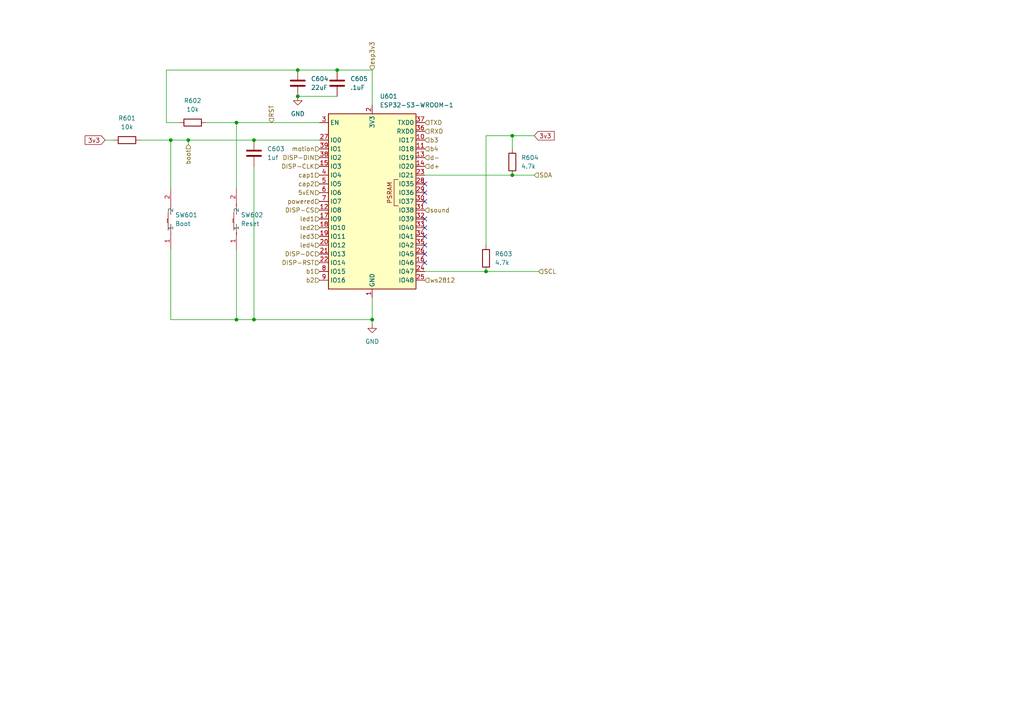
<source format=kicad_sch>
(kicad_sch (version 20231120) (generator "eeschema") (generator_version "8.0")
  (paper "A4")
  (lib_symbols
    (symbol "Device:C" (pin_numbers hide) (pin_names (offset 0.254))
      (property "Reference" "C" (at 0.635 2.54 0))
      (property "Value" "C" (at 0.635 -2.54 0))
      (symbol "C_0_1"
        (polyline (pts (xy -2.032 -0.762) (xy 2.032 -0.762)) (stroke (width 0.508)))
        (polyline (pts (xy -2.032 0.762) (xy 2.032 0.762)) (stroke (width 0.508)))
      )
      (symbol "C_1_1"
        (pin passive line (at 0 3.81 270) (length 2.794) (name "~") (number "1"))
        (pin passive line (at 0 -3.81 90) (length 2.794) (name "~") (number "2"))
      )
    )
    (symbol "Device:R" (pin_numbers hide) (pin_names (offset 0))
      (property "Reference" "R" (at 2.032 0 90))
      (property "Value" "R" (at 0 0 90))
      (symbol "R_0_1"
        (rectangle (start -1.016 -2.54) (end 1.016 2.54) (stroke (width 0.254)))
      )
      (symbol "R_1_1"
        (pin passive line (at 0 3.81 270) (length 1.27) (name "~") (number "1"))
        (pin passive line (at 0 -3.81 90) (length 1.27) (name "~") (number "2"))
      )
    )
    (symbol "RF_Module:ESP32-S3-WROOM-1"
      (property "Reference" "U" (at -12.7 26.67 0))
      (property "Value" "ESP32-S3-WROOM-1" (at 12.7 26.67 0))
      (symbol "ESP32-S3-WROOM-1_0_0"
        (rectangle (start -12.7 25.4) (end 12.7 -25.4) (stroke (width 0.254)) (fill (type background)))
        (text "PSRAM" (at 5.08 2.54 900) (effects (font (size 1.27 1.27))))
      )
      (symbol "ESP32-S3-WROOM-1_0_1"
        (polyline (pts (xy 7.62 -1.27) (xy 6.35 -1.27) (xy 6.35 6.35) (xy 7.62 6.35)))
      )
      (symbol "ESP32-S3-WROOM-1_1_1"
        (pin power_in line (at 0 -27.94 90) (length 2.54) (name "GND") (number "1"))
        (pin bidirectional line (at 15.24 17.78 180) (length 2.54) (name "IO17") (number "10"))
        (pin bidirectional line (at 15.24 15.24 180) (length 2.54) (name "IO18") (number "11"))
        (pin bidirectional line (at -15.24 -2.54 0) (length 2.54) (name "IO8") (number "12"))
        (pin bidirectional line (at 15.24 12.7 180) (length 2.54) (name "IO19") (number "13"))
        (pin bidirectional line (at 15.24 10.16 180) (length 2.54) (name "IO20") (number "14"))
        (pin bidirectional line (at -15.24 10.16 0) (length 2.54) (name "IO3") (number "15"))
        (pin bidirectional line (at 15.24 -17.78 180) (length 2.54) (name "IO46") (number "16"))
        (pin bidirectional line (at -15.24 -5.08 0) (length 2.54) (name "IO9") (number "17"))
        (pin bidirectional line (at -15.24 -7.62 0) (length 2.54) (name "IO10") (number "18"))
        (pin bidirectional line (at -15.24 -10.16 0) (length 2.54) (name "IO11") (number "19"))
        (pin power_in line (at 0 27.94 270) (length 2.54) (name "3V3") (number "2"))
        (pin bidirectional line (at -15.24 -12.7 0) (length 2.54) (name "IO12") (number "20"))
        (pin bidirectional line (at -15.24 -15.24 0) (length 2.54) (name "IO13") (number "21"))
        (pin bidirectional line (at -15.24 -17.78 0) (length 2.54) (name "IO14") (number "22"))
        (pin bidirectional line (at 15.24 7.62 180) (length 2.54) (name "IO21") (number "23"))
        (pin bidirectional line (at 15.24 -20.32 180) (length 2.54) (name "IO47") (number "24"))
        (pin bidirectional line (at 15.24 -22.86 180) (length 2.54) (name "IO48") (number "25"))
        (pin bidirectional line (at 15.24 -15.24 180) (length 2.54) (name "IO45") (number "26"))
        (pin bidirectional line (at -15.24 17.78 0) (length 2.54) (name "IO0") (number "27"))
        (pin bidirectional line (at 15.24 5.08 180) (length 2.54) (name "IO35") (number "28"))
        (pin bidirectional line (at 15.24 2.54 180) (length 2.54) (name "IO36") (number "29"))
        (pin input line (at -15.24 22.86 0) (length 2.54) (name "EN") (number "3"))
        (pin bidirectional line (at 15.24 0 180) (length 2.54) (name "IO37") (number "30"))
        (pin bidirectional line (at 15.24 -2.54 180) (length 2.54) (name "IO38") (number "31"))
        (pin bidirectional line (at 15.24 -5.08 180) (length 2.54) (name "IO39") (number "32"))
        (pin bidirectional line (at 15.24 -7.62 180) (length 2.54) (name "IO40") (number "33"))
        (pin bidirectional line (at 15.24 -10.16 180) (length 2.54) (name "IO41") (number "34"))
        (pin bidirectional line (at 15.24 -12.7 180) (length 2.54) (name "IO42") (number "35"))
        (pin bidirectional line (at 15.24 20.32 180) (length 2.54) (name "RXD0") (number "36"))
        (pin bidirectional line (at 15.24 22.86 180) (length 2.54) (name "TXD0") (number "37"))
        (pin bidirectional line (at -15.24 12.7 0) (length 2.54) (name "IO2") (number "38"))
        (pin bidirectional line (at -15.24 15.24 0) (length 2.54) (name "IO1") (number "39"))
        (pin bidirectional line (at -15.24 7.62 0) (length 2.54) (name "IO4") (number "4"))
        (pin passive line (at 0 -27.94 90) (length 2.54) hide (name "GND") (number "40"))
        (pin passive line (at 0 -27.94 90) (length 2.54) hide (name "GND") (number "41"))
        (pin bidirectional line (at -15.24 5.08 0) (length 2.54) (name "IO5") (number "5"))
        (pin bidirectional line (at -15.24 2.54 0) (length 2.54) (name "IO6") (number "6"))
        (pin bidirectional line (at -15.24 0 0) (length 2.54) (name "IO7") (number "7"))
        (pin bidirectional line (at -15.24 -20.32 0) (length 2.54) (name "IO15") (number "8"))
        (pin bidirectional line (at -15.24 -22.86 0) (length 2.54) (name "IO16") (number "9"))
      )
    )
    (symbol "easyeda2kicad:B3U-1000P"
      (property "Reference" "SW" (at 0 5.08 0))
      (property "Value" "B3U-1000P" (at 0 -5.08 0))
      (symbol "B3U-1000P_0_1"
        (polyline (pts (xy -5.84 0) (xy -2.79 0)))
        (polyline (pts (xy -4.57 0.76) (xy 0.76 0.76)))
        (polyline (pts (xy 0 0) (xy 3.05 0)))
        (polyline (pts (xy -2.29 0.76) (xy -2.29 1.02) (xy -1.27 1.02) (xy -1.27 0.76)))
        (pin unspecified line (at -10.16 0 0) (length 5.08) (name "1") (number "1"))
        (pin unspecified line (at 7.62 0 180) (length 5.08) (name "2") (number "2"))
      )
    )
    (symbol "power:GND" (power) (pin_numbers hide) (pin_names (offset 0) hide)
      (property "Value" "GND" (at 0 -3.81 0))
      (symbol "GND_0_1"
        (polyline (pts (xy 0 0) (xy 0 -1.27) (xy 1.27 -1.27) (xy 0 -2.54) (xy -1.27 -1.27) (xy 0 -1.27)))
      )
      (symbol "GND_1_1"
        (pin power_in line (at 0 0 270) (length 0) (name "~") (number "1"))
      )
    )
  )
  (junction (at 68.58 92.71))
  (junction (at 140.97 78.74))
  (junction (at 73.66 92.71))
  (junction (at 68.58 35.56))
  (junction (at 97.79 20.32))
  (junction (at 49.53 40.64))
  (junction (at 107.95 92.71))
  (junction (at 86.36 20.32))
  (junction (at 54.61 40.64))
  (junction (at 148.59 50.8))
  (junction (at 86.36 27.94))
  (junction (at 73.66 40.64))
  (junction (at 148.59 39.37))
  (no_connect (at 123.19 55.88))
  (no_connect (at 123.19 58.42))
  (no_connect (at 123.19 73.66))
  (no_connect (at 123.19 68.58))
  (no_connect (at 123.19 71.12))
  (no_connect (at 123.19 53.34))
  (no_connect (at 123.19 66.04))
  (no_connect (at 123.19 76.2))
  (no_connect (at 123.19 63.5))
  (wire (pts (xy 86.36 20.32) (xy 97.79 20.32)))
  (wire (pts (xy 49.53 40.64) (xy 49.53 54.61)))
  (wire (pts (xy 148.59 50.8) (xy 154.94 50.8)))
  (wire (pts (xy 148.59 43.18) (xy 148.59 39.37)))
  (wire (pts (xy 97.79 20.32) (xy 107.95 20.32)))
  (wire (pts (xy 49.53 92.71) (xy 68.58 92.71)))
  (wire (pts (xy 86.36 27.94) (xy 97.79 27.94)))
  (wire (pts (xy 68.58 92.71) (xy 73.66 92.71)))
  (wire (pts (xy 92.71 35.56) (xy 68.58 35.56)))
  (wire (pts (xy 140.97 71.12) (xy 140.97 39.37)))
  (wire (pts (xy 68.58 72.39) (xy 68.58 92.71)))
  (wire (pts (xy 107.95 93.98) (xy 107.95 92.71)))
  (wire (pts (xy 54.61 40.64) (xy 73.66 40.64)))
  (wire (pts (xy 49.53 72.39) (xy 49.53 92.71)))
  (wire (pts (xy 107.95 20.32) (xy 107.95 30.48)))
  (wire (pts (xy 48.26 35.56) (xy 48.26 20.32)))
  (wire (pts (xy 123.19 50.8) (xy 148.59 50.8)))
  (wire (pts (xy 148.59 39.37) (xy 154.94 39.37)))
  (wire (pts (xy 30.48 40.64) (xy 33.02 40.64)))
  (wire (pts (xy 40.64 40.64) (xy 49.53 40.64)))
  (wire (pts (xy 73.66 92.71) (xy 107.95 92.71)))
  (wire (pts (xy 48.26 20.32) (xy 86.36 20.32)))
  (wire (pts (xy 107.95 92.71) (xy 107.95 86.36)))
  (wire (pts (xy 140.97 39.37) (xy 148.59 39.37)))
  (wire (pts (xy 54.61 41.91) (xy 54.61 40.64)))
  (wire (pts (xy 140.97 78.74) (xy 156.21 78.74)))
  (wire (pts (xy 73.66 40.64) (xy 92.71 40.64)))
  (wire (pts (xy 73.66 48.26) (xy 73.66 92.71)))
  (wire (pts (xy 68.58 35.56) (xy 68.58 54.61)))
  (wire (pts (xy 68.58 35.56) (xy 59.69 35.56)))
  (wire (pts (xy 52.07 35.56) (xy 48.26 35.56)))
  (wire (pts (xy 123.19 78.74) (xy 140.97 78.74)))
  (wire (pts (xy 49.53 40.64) (xy 54.61 40.64)))
  (global_label "3v3" (shape input) (at 154.94 39.37 0) (property "Intersheetrefs" "${INTERSHEET_REFS}" (effects (hide yes))))
  (global_label "3v3" (shape input) (at 30.48 40.64 180) (property "Intersheetrefs" "${INTERSHEET_REFS}" (effects (hide yes))))
  (hierarchical_label "b3" (shape input) (at 123.19 40.64 0))
  (hierarchical_label "led4" (shape input) (at 92.71 71.12 180))
  (hierarchical_label "ws2812" (shape input) (at 123.19 81.28 0))
  (hierarchical_label "b2" (shape input) (at 92.71 81.28 180))
  (hierarchical_label "5vEN" (shape input) (at 92.71 55.88 180))
  (hierarchical_label "cap2" (shape input) (at 92.71 53.34 180))
  (hierarchical_label "RXD" (shape input) (at 123.19 38.1 0))
  (hierarchical_label "b4" (shape input) (at 123.19 43.18 0))
  (hierarchical_label "cap1" (shape input) (at 92.71 50.8 180))
  (hierarchical_label "d-" (shape input) (at 123.19 45.72 0))
  (hierarchical_label "DISP-CS" (shape input) (at 92.71 60.96 180))
  (hierarchical_label "sound" (shape input) (at 123.19 60.96 0))
  (hierarchical_label "esp3v3" (shape input) (at 107.95 20.32 90))
  (hierarchical_label "motion" (shape input) (at 92.71 43.18 180))
  (hierarchical_label "led3" (shape input) (at 92.71 68.58 180))
  (hierarchical_label "SCL" (shape input) (at 156.21 78.74 0))
  (hierarchical_label "d+" (shape input) (at 123.19 48.26 0))
  (hierarchical_label "powered" (shape input) (at 92.71 58.42 180))
  (hierarchical_label "DISP-DIN" (shape input) (at 92.71 45.72 180))
  (hierarchical_label "SDA" (shape input) (at 154.94 50.8 0))
  (hierarchical_label "RST" (shape input) (at 78.74 35.56 90))
  (hierarchical_label "led2" (shape input) (at 92.71 66.04 180))
  (hierarchical_label "b1" (shape input) (at 92.71 78.74 180))
  (hierarchical_label "DISP-CLK" (shape input) (at 92.71 48.26 180))
  (hierarchical_label "led1" (shape input) (at 92.71 63.5 180))
  (hierarchical_label "DISP-DC" (shape input) (at 92.71 73.66 180))
  (hierarchical_label "TXD" (shape input) (at 123.19 35.56 0))
  (hierarchical_label "boot" (shape input) (at 54.61 41.91 270))
  (hierarchical_label "DISP-RST" (shape input) (at 92.71 76.2 180))
  (symbol (lib_id "Device:C") (at 73.66 44.45 0) (unit 1)
    (property "Reference" "C603" (at 77.47 43.1799 0) (effects (justify left)))
    (property "Value" "1uf" (at 77.47 45.7199 0) (effects (justify left)))
    (property "Footprint" "Capacitor_SMD:C_0603_1608Metric" (effects (hide yes)))
    (property "Description" "Unpolarized capacitor" (effects (hide yes)))
  )
  (symbol (lib_id "Device:C") (at 97.79 24.13 0) (unit 1)
    (property "Reference" "C605" (at 101.6 22.8599 0) (effects (justify left)))
    (property "Value" ".1uF" (at 101.6 25.3999 0) (effects (justify left)))
    (property "Footprint" "Capacitor_SMD:C_0603_1608Metric" (effects (hide yes)))
    (property "Description" "Unpolarized capacitor" (effects (hide yes)))
  )
  (symbol (lib_id "Device:R") (at 148.59 46.99 0) (unit 1)
    (property "Reference" "R604" (at 151.13 45.7199 0) (effects (justify left)))
    (property "Value" "4.7k" (at 151.13 48.2599 0) (effects (justify left)))
    (property "Footprint" "Resistor_SMD:R_0603_1608Metric" (effects (hide yes)))
    (property "Description" "Resistor" (effects (hide yes)))
  )
  (symbol (lib_id "easyeda2kicad:B3U-1000P") (at 49.53 62.23 90) (unit 1)
    (property "Reference" "SW601" (at 50.8 62.3549 90) (effects (justify right)))
    (property "Value" "Boot" (at 50.8 64.8949 90) (effects (justify right)))
    (property "Footprint" "easyeda2kicad:KEY-SMD_B3U-1000PM" (effects (hide yes)))
    (property "Datasheet" "https://lcsc.com/product-detail/Others_Omron-Electronics_B3U-1000P_Omron-Electronics-B3U-1000P_C231329.html" (effects (hide yes)))
    (property "LCSC Part" "C231329" (effects (hide yes)))
  )
  (symbol (lib_id "Device:C") (at 86.36 24.13 0) (unit 1)
    (property "Reference" "C604" (at 90.17 22.8599 0) (effects (justify left)))
    (property "Value" "22uF" (at 90.17 25.3999 0) (effects (justify left)))
    (property "Footprint" "Capacitor_SMD:C_0603_1608Metric" (effects (hide yes)))
    (property "Description" "Unpolarized capacitor" (effects (hide yes)))
  )
  (symbol (lib_id "Device:R") (at 140.97 74.93 0) (unit 1)
    (property "Reference" "R603" (at 143.51 73.6599 0) (effects (justify left)))
    (property "Value" "4.7k" (at 143.51 76.1999 0) (effects (justify left)))
    (property "Footprint" "Resistor_SMD:R_0603_1608Metric" (effects (hide yes)))
    (property "Description" "Resistor" (effects (hide yes)))
  )
  (symbol (lib_id "easyeda2kicad:B3U-1000P") (at 68.58 62.23 90) (unit 1)
    (property "Reference" "SW602" (at 69.85 62.3549 90) (effects (justify right)))
    (property "Value" "Reset" (at 69.85 64.8949 90) (effects (justify right)))
    (property "Footprint" "easyeda2kicad:KEY-SMD_B3U-1000PM" (effects (hide yes)))
    (property "Datasheet" "https://lcsc.com/product-detail/Others_Omron-Electronics_B3U-1000P_Omron-Electronics-B3U-1000P_C231329.html" (effects (hide yes)))
    (property "LCSC Part" "C231329" (effects (hide yes)))
  )
  (symbol (lib_id "power:GND") (at 86.36 27.94 0) (unit 1)
    (property "Reference" "#PWR0601" (effects (hide yes)))
    (property "Value" "GND" (at 86.36 33.02 0))
    (property "Description" "Power symbol creates a global label with name \"GND\" , ground" (effects (hide yes)))
  )
  (symbol (lib_id "Device:R") (at 55.88 35.56 90) (unit 1)
    (property "Reference" "R602" (at 55.88 29.21 90))
    (property "Value" "10k" (at 55.88 31.75 90))
    (property "Footprint" "Resistor_SMD:R_0603_1608Metric" (effects (hide yes)))
    (property "Description" "Resistor" (effects (hide yes)))
  )
  (symbol (lib_id "power:GND") (at 107.95 93.98 0) (unit 1)
    (property "Reference" "#PWR0602" (effects (hide yes)))
    (property "Value" "GND" (at 107.95 99.06 0))
    (property "Description" "Power symbol creates a global label with name \"GND\" , ground" (effects (hide yes)))
  )
  (symbol (lib_id "RF_Module:ESP32-S3-WROOM-1") (at 107.95 58.42 0) (unit 1)
    (property "Reference" "U601" (at 110.1441 27.94 0) (effects (justify left)))
    (property "Value" "ESP32-S3-WROOM-1" (at 110.1441 30.48 0) (effects (justify left)))
    (property "Footprint" "RF_Module:ESP32-S3-WROOM-1" (effects (hide yes)))
    (property "Datasheet" "https://www.espressif.com/sites/default/files/documentation/esp32-s3-wroom-1_wroom-1u_datasheet_en.pdf" (effects (hide yes)))
    (property "Description" "RF Module, ESP32-S3 SoC, Wi-Fi 802.11b/g/n, Bluetooth, BLE, 32-bit, 3.3V, onboard antenna, SMD" (effects (hide yes)))
  )
  (symbol (lib_id "Device:R") (at 36.83 40.64 90) (unit 1)
    (property "Reference" "R601" (at 36.83 34.29 90))
    (property "Value" "10k" (at 36.83 36.83 90))
    (property "Footprint" "Resistor_SMD:R_0603_1608Metric" (effects (hide yes)))
    (property "Description" "Resistor" (effects (hide yes)))
  )
)
</source>
